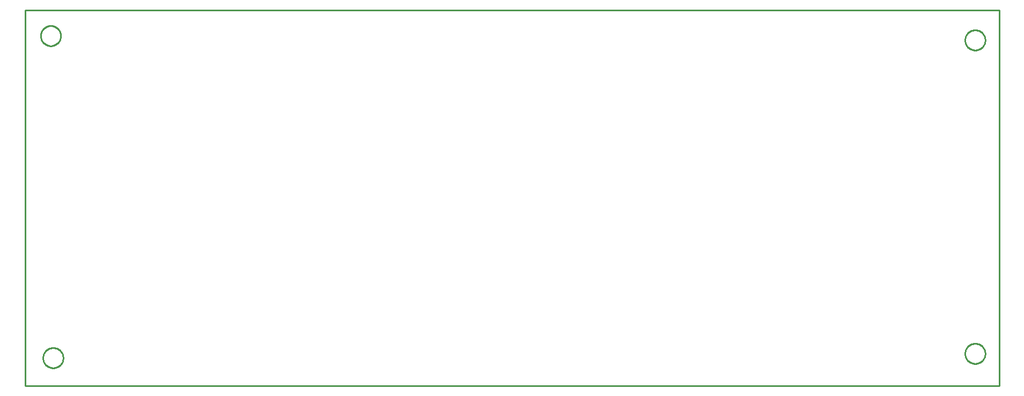
<source format=gbr>
G04 EAGLE Gerber RS-274X export*
G75*
%MOMM*%
%FSLAX34Y34*%
%LPD*%
%IN*%
%IPPOS*%
%AMOC8*
5,1,8,0,0,1.08239X$1,22.5*%
G01*
%ADD10C,0.254000*%


D10*
X0Y-25400D02*
X1536500Y-25400D01*
X1536500Y568200D01*
X0Y568200D01*
X0Y-25400D01*
X1514475Y520180D02*
X1514407Y519143D01*
X1514271Y518113D01*
X1514069Y517093D01*
X1513800Y516089D01*
X1513465Y515105D01*
X1513068Y514145D01*
X1512608Y513213D01*
X1512088Y512312D01*
X1511511Y511448D01*
X1510878Y510624D01*
X1510193Y509842D01*
X1509458Y509107D01*
X1508676Y508422D01*
X1507852Y507789D01*
X1506988Y507212D01*
X1506087Y506692D01*
X1505155Y506232D01*
X1504195Y505835D01*
X1503211Y505500D01*
X1502207Y505231D01*
X1501187Y505029D01*
X1500157Y504893D01*
X1499120Y504825D01*
X1498080Y504825D01*
X1497043Y504893D01*
X1496013Y505029D01*
X1494993Y505231D01*
X1493989Y505500D01*
X1493005Y505835D01*
X1492045Y506232D01*
X1491113Y506692D01*
X1490212Y507212D01*
X1489348Y507789D01*
X1488524Y508422D01*
X1487742Y509107D01*
X1487007Y509842D01*
X1486322Y510624D01*
X1485689Y511448D01*
X1485112Y512312D01*
X1484592Y513213D01*
X1484132Y514145D01*
X1483735Y515105D01*
X1483400Y516089D01*
X1483131Y517093D01*
X1482929Y518113D01*
X1482793Y519143D01*
X1482725Y520180D01*
X1482725Y521220D01*
X1482793Y522257D01*
X1482929Y523287D01*
X1483131Y524307D01*
X1483400Y525311D01*
X1483735Y526295D01*
X1484132Y527255D01*
X1484592Y528187D01*
X1485112Y529088D01*
X1485689Y529952D01*
X1486322Y530776D01*
X1487007Y531558D01*
X1487742Y532293D01*
X1488524Y532978D01*
X1489348Y533611D01*
X1490212Y534188D01*
X1491113Y534708D01*
X1492045Y535168D01*
X1493005Y535565D01*
X1493989Y535900D01*
X1494993Y536169D01*
X1496013Y536371D01*
X1497043Y536507D01*
X1498080Y536575D01*
X1499120Y536575D01*
X1500157Y536507D01*
X1501187Y536371D01*
X1502207Y536169D01*
X1503211Y535900D01*
X1504195Y535565D01*
X1505155Y535168D01*
X1506087Y534708D01*
X1506988Y534188D01*
X1507852Y533611D01*
X1508676Y532978D01*
X1509458Y532293D01*
X1510193Y531558D01*
X1510878Y530776D01*
X1511511Y529952D01*
X1512088Y529088D01*
X1512608Y528187D01*
X1513068Y527255D01*
X1513465Y526295D01*
X1513800Y525311D01*
X1514069Y524307D01*
X1514271Y523287D01*
X1514407Y522257D01*
X1514475Y521220D01*
X1514475Y520180D01*
X1514475Y24880D02*
X1514407Y23843D01*
X1514271Y22813D01*
X1514069Y21793D01*
X1513800Y20789D01*
X1513465Y19805D01*
X1513068Y18845D01*
X1512608Y17913D01*
X1512088Y17012D01*
X1511511Y16148D01*
X1510878Y15324D01*
X1510193Y14542D01*
X1509458Y13807D01*
X1508676Y13122D01*
X1507852Y12489D01*
X1506988Y11912D01*
X1506087Y11392D01*
X1505155Y10932D01*
X1504195Y10535D01*
X1503211Y10200D01*
X1502207Y9931D01*
X1501187Y9729D01*
X1500157Y9593D01*
X1499120Y9525D01*
X1498080Y9525D01*
X1497043Y9593D01*
X1496013Y9729D01*
X1494993Y9931D01*
X1493989Y10200D01*
X1493005Y10535D01*
X1492045Y10932D01*
X1491113Y11392D01*
X1490212Y11912D01*
X1489348Y12489D01*
X1488524Y13122D01*
X1487742Y13807D01*
X1487007Y14542D01*
X1486322Y15324D01*
X1485689Y16148D01*
X1485112Y17012D01*
X1484592Y17913D01*
X1484132Y18845D01*
X1483735Y19805D01*
X1483400Y20789D01*
X1483131Y21793D01*
X1482929Y22813D01*
X1482793Y23843D01*
X1482725Y24880D01*
X1482725Y25920D01*
X1482793Y26957D01*
X1482929Y27987D01*
X1483131Y29007D01*
X1483400Y30011D01*
X1483735Y30995D01*
X1484132Y31955D01*
X1484592Y32887D01*
X1485112Y33788D01*
X1485689Y34652D01*
X1486322Y35476D01*
X1487007Y36258D01*
X1487742Y36993D01*
X1488524Y37678D01*
X1489348Y38311D01*
X1490212Y38888D01*
X1491113Y39408D01*
X1492045Y39868D01*
X1493005Y40265D01*
X1493989Y40600D01*
X1494993Y40869D01*
X1496013Y41071D01*
X1497043Y41207D01*
X1498080Y41275D01*
X1499120Y41275D01*
X1500157Y41207D01*
X1501187Y41071D01*
X1502207Y40869D01*
X1503211Y40600D01*
X1504195Y40265D01*
X1505155Y39868D01*
X1506087Y39408D01*
X1506988Y38888D01*
X1507852Y38311D01*
X1508676Y37678D01*
X1509458Y36993D01*
X1510193Y36258D01*
X1510878Y35476D01*
X1511511Y34652D01*
X1512088Y33788D01*
X1512608Y32887D01*
X1513068Y31955D01*
X1513465Y30995D01*
X1513800Y30011D01*
X1514069Y29007D01*
X1514271Y27987D01*
X1514407Y26957D01*
X1514475Y25920D01*
X1514475Y24880D01*
X56155Y526955D02*
X56087Y525918D01*
X55951Y524887D01*
X55749Y523868D01*
X55480Y522864D01*
X55146Y521880D01*
X54748Y520919D01*
X54288Y519987D01*
X53768Y519087D01*
X53191Y518223D01*
X52558Y517398D01*
X51873Y516617D01*
X51138Y515882D01*
X50357Y515197D01*
X49532Y514564D01*
X48668Y513986D01*
X47768Y513467D01*
X46835Y513007D01*
X45875Y512609D01*
X44891Y512275D01*
X43887Y512006D01*
X42867Y511803D01*
X41837Y511668D01*
X40800Y511600D01*
X39760Y511600D01*
X38723Y511668D01*
X37693Y511803D01*
X36673Y512006D01*
X35669Y512275D01*
X34685Y512609D01*
X33725Y513007D01*
X32793Y513467D01*
X31893Y513986D01*
X31028Y514564D01*
X30204Y515197D01*
X29422Y515882D01*
X28687Y516617D01*
X28002Y517398D01*
X27369Y518223D01*
X26792Y519087D01*
X26272Y519987D01*
X25812Y520919D01*
X25415Y521880D01*
X25081Y522864D01*
X24812Y523868D01*
X24609Y524887D01*
X24473Y525918D01*
X24405Y526955D01*
X24405Y527994D01*
X24473Y529031D01*
X24609Y530062D01*
X24812Y531081D01*
X25081Y532085D01*
X25415Y533070D01*
X25812Y534030D01*
X26272Y534962D01*
X26792Y535862D01*
X27369Y536726D01*
X28002Y537551D01*
X28687Y538332D01*
X29422Y539067D01*
X30204Y539753D01*
X31028Y540385D01*
X31893Y540963D01*
X32793Y541483D01*
X33725Y541942D01*
X34685Y542340D01*
X35669Y542674D01*
X36673Y542943D01*
X37693Y543146D01*
X38723Y543282D01*
X39760Y543350D01*
X40800Y543350D01*
X41837Y543282D01*
X42867Y543146D01*
X43887Y542943D01*
X44891Y542674D01*
X45875Y542340D01*
X46835Y541942D01*
X47768Y541483D01*
X48668Y540963D01*
X49532Y540385D01*
X50357Y539753D01*
X51138Y539067D01*
X51873Y538332D01*
X52558Y537551D01*
X53191Y536726D01*
X53768Y535862D01*
X54288Y534962D01*
X54748Y534030D01*
X55146Y533070D01*
X55480Y532085D01*
X55749Y531081D01*
X55951Y530062D01*
X56087Y529031D01*
X56155Y527994D01*
X56155Y526955D01*
X59912Y18106D02*
X59844Y17069D01*
X59709Y16038D01*
X59506Y15019D01*
X59237Y14015D01*
X58903Y13030D01*
X58505Y12070D01*
X58045Y11138D01*
X57526Y10238D01*
X56948Y9374D01*
X56315Y8549D01*
X55630Y7768D01*
X54895Y7033D01*
X54114Y6347D01*
X53289Y5715D01*
X52425Y5137D01*
X51525Y4617D01*
X50592Y4158D01*
X49632Y3760D01*
X48648Y3426D01*
X47644Y3157D01*
X46625Y2954D01*
X45594Y2818D01*
X44557Y2750D01*
X43518Y2750D01*
X42480Y2818D01*
X41450Y2954D01*
X40430Y3157D01*
X39426Y3426D01*
X38442Y3760D01*
X37482Y4158D01*
X36550Y4617D01*
X35650Y5137D01*
X34785Y5715D01*
X33961Y6347D01*
X33179Y7033D01*
X32444Y7768D01*
X31759Y8549D01*
X31126Y9374D01*
X30549Y10238D01*
X30029Y11138D01*
X29570Y12070D01*
X29172Y13030D01*
X28838Y14015D01*
X28569Y15019D01*
X28366Y16038D01*
X28230Y17069D01*
X28162Y18106D01*
X28162Y19145D01*
X28230Y20182D01*
X28366Y21213D01*
X28569Y22232D01*
X28838Y23236D01*
X29172Y24220D01*
X29570Y25181D01*
X30029Y26113D01*
X30549Y27013D01*
X31126Y27877D01*
X31759Y28702D01*
X32444Y29483D01*
X33179Y30218D01*
X33961Y30904D01*
X34785Y31536D01*
X35650Y32114D01*
X36550Y32633D01*
X37482Y33093D01*
X38442Y33491D01*
X39426Y33825D01*
X40430Y34094D01*
X41450Y34297D01*
X42480Y34432D01*
X43518Y34500D01*
X44557Y34500D01*
X45594Y34432D01*
X46625Y34297D01*
X47644Y34094D01*
X48648Y33825D01*
X49632Y33491D01*
X50592Y33093D01*
X51525Y32633D01*
X52425Y32114D01*
X53289Y31536D01*
X54114Y30904D01*
X54895Y30218D01*
X55630Y29483D01*
X56315Y28702D01*
X56948Y27877D01*
X57526Y27013D01*
X58045Y26113D01*
X58505Y25181D01*
X58903Y24220D01*
X59237Y23236D01*
X59506Y22232D01*
X59709Y21213D01*
X59844Y20182D01*
X59912Y19145D01*
X59912Y18106D01*
M02*

</source>
